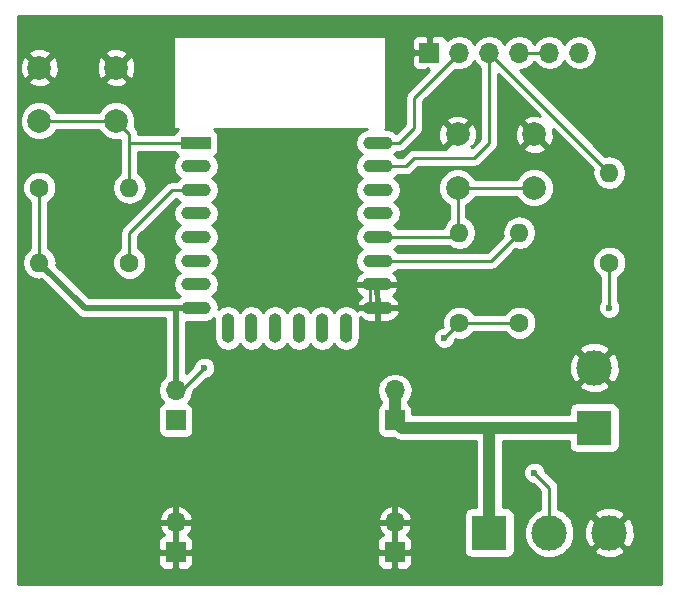
<source format=gbr>
%TF.GenerationSoftware,KiCad,Pcbnew,4.0.7*%
%TF.CreationDate,2018-03-28T14:10:15+02:00*%
%TF.ProjectId,esp8266-ws2811-pcb,657370383236362D7773323831312D70,rev?*%
%TF.FileFunction,Copper,L1,Top,Signal*%
%FSLAX46Y46*%
G04 Gerber Fmt 4.6, Leading zero omitted, Abs format (unit mm)*
G04 Created by KiCad (PCBNEW 4.0.7) date Wed Mar 28 14:10:15 2018*
%MOMM*%
%LPD*%
G01*
G04 APERTURE LIST*
%ADD10C,0.100000*%
%ADD11R,1.700000X1.700000*%
%ADD12O,1.700000X1.700000*%
%ADD13R,3.000000X3.000000*%
%ADD14C,3.000000*%
%ADD15C,1.600000*%
%ADD16O,1.600000X1.600000*%
%ADD17C,2.000000*%
%ADD18R,2.500000X1.100000*%
%ADD19O,2.500000X1.100000*%
%ADD20O,1.100000X2.500000*%
%ADD21C,0.600000*%
%ADD22C,0.250000*%
%ADD23C,1.000000*%
%ADD24C,0.500000*%
%ADD25C,0.254000*%
G04 APERTURE END LIST*
D10*
D11*
X171069000Y-108585000D03*
D12*
X171069000Y-106045000D03*
D11*
X171069000Y-119761000D03*
D12*
X171069000Y-117221000D03*
D11*
X152527000Y-108585000D03*
D12*
X152527000Y-106045000D03*
D11*
X152527000Y-119761000D03*
D12*
X152527000Y-117221000D03*
D13*
X187960000Y-109220000D03*
D14*
X187960000Y-104140000D03*
D13*
X179070000Y-118110000D03*
D14*
X184150000Y-118110000D03*
X189230000Y-118110000D03*
D11*
X173990000Y-77470000D03*
D12*
X176530000Y-77470000D03*
X179070000Y-77470000D03*
X181610000Y-77470000D03*
X184150000Y-77470000D03*
X186690000Y-77470000D03*
D15*
X140970000Y-88900000D03*
D16*
X148590000Y-88900000D03*
D15*
X176530000Y-100330000D03*
D16*
X176530000Y-92710000D03*
D15*
X189230000Y-95250000D03*
D16*
X189230000Y-87630000D03*
D15*
X148590000Y-95250000D03*
D16*
X140970000Y-95250000D03*
D17*
X140970000Y-83240000D03*
X140970000Y-78740000D03*
X147470000Y-83240000D03*
X147470000Y-78740000D03*
X182880000Y-84400000D03*
X182880000Y-88900000D03*
X176380000Y-84400000D03*
X176380000Y-88900000D03*
D18*
X154240000Y-85090000D03*
D19*
X154240000Y-87090000D03*
X154240000Y-89090000D03*
X154240000Y-91090000D03*
X154240000Y-93090000D03*
X154240000Y-95090000D03*
X154240000Y-97090000D03*
X154240000Y-99090000D03*
X169640000Y-99090000D03*
X169540000Y-97090000D03*
X169640000Y-95090000D03*
X169640000Y-93090000D03*
X169640000Y-91090000D03*
X169640000Y-89090000D03*
X169640000Y-87090000D03*
X169640000Y-85090000D03*
D20*
X156930000Y-100790000D03*
X158930000Y-100790000D03*
X160930000Y-100790000D03*
X162930000Y-100790000D03*
X164930000Y-100790000D03*
X166930000Y-100790000D03*
D15*
X181610000Y-100330000D03*
D16*
X181610000Y-92710000D03*
D21*
X182880000Y-113030000D03*
X189230000Y-99060000D03*
X154940000Y-104140000D03*
X175260000Y-101600000D03*
D22*
X168940000Y-97090000D02*
X168940000Y-99090000D01*
X168940000Y-99090000D02*
X168910000Y-99120000D01*
D23*
X168940000Y-99090000D02*
X168910000Y-99120000D01*
D22*
X152527000Y-119761000D02*
X152019000Y-119761000D01*
X173960000Y-77500000D02*
X173990000Y-77470000D01*
X189230000Y-95250000D02*
X189230000Y-99060000D01*
X184150000Y-114300000D02*
X184150000Y-118110000D01*
X182880000Y-113030000D02*
X184150000Y-114300000D01*
X168940000Y-85090000D02*
X171450000Y-85090000D01*
X172720000Y-81280000D02*
X176530000Y-77470000D01*
X172720000Y-83820000D02*
X172720000Y-81280000D01*
X171450000Y-85090000D02*
X172720000Y-83820000D01*
X168940000Y-85090000D02*
X168940000Y-85060000D01*
X181610000Y-77470000D02*
X184150000Y-77470000D01*
X140970000Y-83240000D02*
X147470000Y-83240000D01*
X154940000Y-85090000D02*
X148590000Y-85090000D01*
X148590000Y-88900000D02*
X148590000Y-85090000D01*
X148590000Y-85090000D02*
X148590000Y-84360000D01*
X148590000Y-84360000D02*
X147470000Y-83240000D01*
X168940000Y-93090000D02*
X176150000Y-93090000D01*
X176150000Y-93090000D02*
X176530000Y-92710000D01*
X176380000Y-88900000D02*
X182880000Y-88900000D01*
X176150000Y-93090000D02*
X176380000Y-92860000D01*
X176380000Y-92860000D02*
X176380000Y-88900000D01*
X148590000Y-95250000D02*
X148590000Y-92710000D01*
X152210000Y-89090000D02*
X154940000Y-89090000D01*
X148590000Y-92710000D02*
X152210000Y-89090000D01*
D23*
X171069000Y-106045000D02*
X171069000Y-108585000D01*
X179070000Y-109220000D02*
X179070000Y-118110000D01*
X187960000Y-109220000D02*
X179070000Y-109220000D01*
X179070000Y-109220000D02*
X171704000Y-109220000D01*
X171704000Y-109220000D02*
X171069000Y-108585000D01*
D22*
X168940000Y-87090000D02*
X171990000Y-87090000D01*
X179070000Y-85090000D02*
X179070000Y-77470000D01*
X177800000Y-86360000D02*
X179070000Y-85090000D01*
X172720000Y-86360000D02*
X177800000Y-86360000D01*
X171990000Y-87090000D02*
X172720000Y-86360000D01*
X179070000Y-77470000D02*
X189230000Y-87630000D01*
X170720000Y-87090000D02*
X168940000Y-87090000D01*
X168940000Y-87090000D02*
X170720000Y-87090000D01*
D24*
X152400000Y-99090000D02*
X144810000Y-99090000D01*
X144810000Y-99090000D02*
X140970000Y-95250000D01*
X154940000Y-99090000D02*
X152400000Y-99090000D01*
X152400000Y-99090000D02*
X152430000Y-99090000D01*
X152527000Y-99187000D02*
X152527000Y-106045000D01*
X152430000Y-99090000D02*
X152527000Y-99187000D01*
D22*
X176530000Y-100330000D02*
X175260000Y-101600000D01*
X154940000Y-104140000D02*
X153035000Y-106045000D01*
X153035000Y-106045000D02*
X152527000Y-106045000D01*
X176530000Y-100330000D02*
X181610000Y-100330000D01*
X140970000Y-88900000D02*
X140970000Y-95250000D01*
X151765000Y-107823000D02*
X152527000Y-108585000D01*
X140940000Y-88930000D02*
X140970000Y-88900000D01*
X168940000Y-95090000D02*
X179230000Y-95090000D01*
X179230000Y-95090000D02*
X181610000Y-92710000D01*
D25*
G36*
X193600000Y-122480000D02*
X139140000Y-122480000D01*
X139140000Y-120046750D01*
X151042000Y-120046750D01*
X151042000Y-120737310D01*
X151138673Y-120970699D01*
X151317302Y-121149327D01*
X151550691Y-121246000D01*
X152241250Y-121246000D01*
X152400000Y-121087250D01*
X152400000Y-119888000D01*
X152654000Y-119888000D01*
X152654000Y-121087250D01*
X152812750Y-121246000D01*
X153503309Y-121246000D01*
X153736698Y-121149327D01*
X153915327Y-120970699D01*
X154012000Y-120737310D01*
X154012000Y-120046750D01*
X169584000Y-120046750D01*
X169584000Y-120737310D01*
X169680673Y-120970699D01*
X169859302Y-121149327D01*
X170092691Y-121246000D01*
X170783250Y-121246000D01*
X170942000Y-121087250D01*
X170942000Y-119888000D01*
X171196000Y-119888000D01*
X171196000Y-121087250D01*
X171354750Y-121246000D01*
X172045309Y-121246000D01*
X172278698Y-121149327D01*
X172457327Y-120970699D01*
X172554000Y-120737310D01*
X172554000Y-120046750D01*
X172395250Y-119888000D01*
X171196000Y-119888000D01*
X170942000Y-119888000D01*
X169742750Y-119888000D01*
X169584000Y-120046750D01*
X154012000Y-120046750D01*
X153853250Y-119888000D01*
X152654000Y-119888000D01*
X152400000Y-119888000D01*
X151200750Y-119888000D01*
X151042000Y-120046750D01*
X139140000Y-120046750D01*
X139140000Y-118784690D01*
X151042000Y-118784690D01*
X151042000Y-119475250D01*
X151200750Y-119634000D01*
X152400000Y-119634000D01*
X152400000Y-117348000D01*
X152654000Y-117348000D01*
X152654000Y-119634000D01*
X153853250Y-119634000D01*
X154012000Y-119475250D01*
X154012000Y-118784690D01*
X169584000Y-118784690D01*
X169584000Y-119475250D01*
X169742750Y-119634000D01*
X170942000Y-119634000D01*
X170942000Y-117348000D01*
X171196000Y-117348000D01*
X171196000Y-119634000D01*
X172395250Y-119634000D01*
X172554000Y-119475250D01*
X172554000Y-118784690D01*
X172457327Y-118551301D01*
X172278698Y-118372673D01*
X172069122Y-118285864D01*
X172340645Y-117987924D01*
X172510476Y-117577890D01*
X172389155Y-117348000D01*
X171196000Y-117348000D01*
X170942000Y-117348000D01*
X169748845Y-117348000D01*
X169627524Y-117577890D01*
X169797355Y-117987924D01*
X170068878Y-118285864D01*
X169859302Y-118372673D01*
X169680673Y-118551301D01*
X169584000Y-118784690D01*
X154012000Y-118784690D01*
X153915327Y-118551301D01*
X153736698Y-118372673D01*
X153527122Y-118285864D01*
X153798645Y-117987924D01*
X153968476Y-117577890D01*
X153847155Y-117348000D01*
X152654000Y-117348000D01*
X152400000Y-117348000D01*
X151206845Y-117348000D01*
X151085524Y-117577890D01*
X151255355Y-117987924D01*
X151526878Y-118285864D01*
X151317302Y-118372673D01*
X151138673Y-118551301D01*
X151042000Y-118784690D01*
X139140000Y-118784690D01*
X139140000Y-116864110D01*
X151085524Y-116864110D01*
X151206845Y-117094000D01*
X152400000Y-117094000D01*
X152400000Y-115900181D01*
X152654000Y-115900181D01*
X152654000Y-117094000D01*
X153847155Y-117094000D01*
X153968476Y-116864110D01*
X169627524Y-116864110D01*
X169748845Y-117094000D01*
X170942000Y-117094000D01*
X170942000Y-115900181D01*
X171196000Y-115900181D01*
X171196000Y-117094000D01*
X172389155Y-117094000D01*
X172510476Y-116864110D01*
X172340645Y-116454076D01*
X171950358Y-116025817D01*
X171425892Y-115779514D01*
X171196000Y-115900181D01*
X170942000Y-115900181D01*
X170712108Y-115779514D01*
X170187642Y-116025817D01*
X169797355Y-116454076D01*
X169627524Y-116864110D01*
X153968476Y-116864110D01*
X153798645Y-116454076D01*
X153408358Y-116025817D01*
X152883892Y-115779514D01*
X152654000Y-115900181D01*
X152400000Y-115900181D01*
X152170108Y-115779514D01*
X151645642Y-116025817D01*
X151255355Y-116454076D01*
X151085524Y-116864110D01*
X139140000Y-116864110D01*
X139140000Y-83563795D01*
X139334716Y-83563795D01*
X139583106Y-84164943D01*
X140042637Y-84625278D01*
X140643352Y-84874716D01*
X141293795Y-84875284D01*
X141894943Y-84626894D01*
X142355278Y-84167363D01*
X142424773Y-84000000D01*
X146014953Y-84000000D01*
X146083106Y-84164943D01*
X146542637Y-84625278D01*
X147143352Y-84874716D01*
X147793795Y-84875284D01*
X147830000Y-84860324D01*
X147830000Y-87696333D01*
X147547189Y-87885302D01*
X147236120Y-88350849D01*
X147126887Y-88900000D01*
X147236120Y-89449151D01*
X147547189Y-89914698D01*
X148012736Y-90225767D01*
X148561887Y-90335000D01*
X148618113Y-90335000D01*
X149167264Y-90225767D01*
X149632811Y-89914698D01*
X149943880Y-89449151D01*
X150053113Y-88900000D01*
X149943880Y-88350849D01*
X149632811Y-87885302D01*
X149350000Y-87696333D01*
X149350000Y-85850000D01*
X152382074Y-85850000D01*
X152386838Y-85875317D01*
X152525910Y-86091441D01*
X152713615Y-86219694D01*
X152665149Y-86252078D01*
X152408274Y-86636520D01*
X152318071Y-87090000D01*
X152408274Y-87543480D01*
X152665149Y-87927922D01*
X152907717Y-88090000D01*
X152665149Y-88252078D01*
X152613083Y-88330000D01*
X152210000Y-88330000D01*
X151919161Y-88387852D01*
X151672599Y-88552599D01*
X148052599Y-92172599D01*
X147887852Y-92419161D01*
X147830000Y-92710000D01*
X147830000Y-94011354D01*
X147778200Y-94032757D01*
X147374176Y-94436077D01*
X147155250Y-94963309D01*
X147154752Y-95534187D01*
X147372757Y-96061800D01*
X147776077Y-96465824D01*
X148303309Y-96684750D01*
X148874187Y-96685248D01*
X149401800Y-96467243D01*
X149805824Y-96063923D01*
X150024750Y-95536691D01*
X150025248Y-94965813D01*
X149807243Y-94438200D01*
X149403923Y-94034176D01*
X149350000Y-94011785D01*
X149350000Y-93024802D01*
X152524802Y-89850000D01*
X152613083Y-89850000D01*
X152665149Y-89927922D01*
X152907717Y-90090000D01*
X152665149Y-90252078D01*
X152408274Y-90636520D01*
X152318071Y-91090000D01*
X152408274Y-91543480D01*
X152665149Y-91927922D01*
X152907717Y-92090000D01*
X152665149Y-92252078D01*
X152408274Y-92636520D01*
X152318071Y-93090000D01*
X152408274Y-93543480D01*
X152665149Y-93927922D01*
X152907717Y-94090000D01*
X152665149Y-94252078D01*
X152408274Y-94636520D01*
X152318071Y-95090000D01*
X152408274Y-95543480D01*
X152665149Y-95927922D01*
X152907717Y-96090000D01*
X152665149Y-96252078D01*
X152408274Y-96636520D01*
X152318071Y-97090000D01*
X152408274Y-97543480D01*
X152665149Y-97927922D01*
X152907717Y-98090000D01*
X152735606Y-98205000D01*
X152430005Y-98205000D01*
X152430000Y-98204999D01*
X152429995Y-98205000D01*
X145176579Y-98205000D01*
X142398017Y-95426438D01*
X142433113Y-95250000D01*
X142323880Y-94700849D01*
X142012811Y-94235302D01*
X141730000Y-94046333D01*
X141730000Y-90138646D01*
X141781800Y-90117243D01*
X142185824Y-89713923D01*
X142404750Y-89186691D01*
X142405248Y-88615813D01*
X142187243Y-88088200D01*
X141783923Y-87684176D01*
X141256691Y-87465250D01*
X140685813Y-87464752D01*
X140158200Y-87682757D01*
X139754176Y-88086077D01*
X139535250Y-88613309D01*
X139534752Y-89184187D01*
X139752757Y-89711800D01*
X140156077Y-90115824D01*
X140210000Y-90138215D01*
X140210000Y-94046333D01*
X139927189Y-94235302D01*
X139616120Y-94700849D01*
X139506887Y-95250000D01*
X139616120Y-95799151D01*
X139927189Y-96264698D01*
X140392736Y-96575767D01*
X140941887Y-96685000D01*
X140998113Y-96685000D01*
X141127653Y-96659233D01*
X144184208Y-99715787D01*
X144184210Y-99715790D01*
X144389736Y-99853117D01*
X144471325Y-99907633D01*
X144810000Y-99975001D01*
X144810005Y-99975000D01*
X151642000Y-99975000D01*
X151642000Y-104865221D01*
X151447853Y-104994946D01*
X151125946Y-105476715D01*
X151012907Y-106045000D01*
X151125946Y-106613285D01*
X151447853Y-107095054D01*
X151483641Y-107118966D01*
X151474161Y-107120852D01*
X151464005Y-107127638D01*
X151441683Y-107131838D01*
X151225559Y-107270910D01*
X151080569Y-107483110D01*
X151074021Y-107515446D01*
X151062852Y-107532161D01*
X151005000Y-107823000D01*
X151029560Y-107946470D01*
X151029560Y-109435000D01*
X151073838Y-109670317D01*
X151212910Y-109886441D01*
X151425110Y-110031431D01*
X151677000Y-110082440D01*
X153377000Y-110082440D01*
X153612317Y-110038162D01*
X153828441Y-109899090D01*
X153973431Y-109686890D01*
X154024440Y-109435000D01*
X154024440Y-107735000D01*
X153980162Y-107499683D01*
X153841090Y-107283559D01*
X153628890Y-107138569D01*
X153561459Y-107124914D01*
X153606147Y-107095054D01*
X153928054Y-106613285D01*
X154024032Y-106130770D01*
X154109802Y-106045000D01*
X169554907Y-106045000D01*
X169667946Y-106613285D01*
X169934000Y-107011464D01*
X169934000Y-107163808D01*
X169767559Y-107270910D01*
X169622569Y-107483110D01*
X169571560Y-107735000D01*
X169571560Y-109435000D01*
X169615838Y-109670317D01*
X169754910Y-109886441D01*
X169967110Y-110031431D01*
X170219000Y-110082440D01*
X170991042Y-110082440D01*
X171269655Y-110268604D01*
X171704000Y-110355000D01*
X177935000Y-110355000D01*
X177935000Y-115962560D01*
X177570000Y-115962560D01*
X177334683Y-116006838D01*
X177118559Y-116145910D01*
X176973569Y-116358110D01*
X176922560Y-116610000D01*
X176922560Y-119610000D01*
X176966838Y-119845317D01*
X177105910Y-120061441D01*
X177318110Y-120206431D01*
X177570000Y-120257440D01*
X180570000Y-120257440D01*
X180805317Y-120213162D01*
X181021441Y-120074090D01*
X181166431Y-119861890D01*
X181217440Y-119610000D01*
X181217440Y-116610000D01*
X181173162Y-116374683D01*
X181034090Y-116158559D01*
X180821890Y-116013569D01*
X180570000Y-115962560D01*
X180205000Y-115962560D01*
X180205000Y-113215167D01*
X181944838Y-113215167D01*
X182086883Y-113558943D01*
X182349673Y-113822192D01*
X182693201Y-113964838D01*
X182740077Y-113964879D01*
X183390000Y-114614802D01*
X183390000Y-116113952D01*
X182942200Y-116298980D01*
X182341091Y-116899041D01*
X182015372Y-117683459D01*
X182014630Y-118532815D01*
X182338980Y-119317800D01*
X182939041Y-119918909D01*
X183723459Y-120244628D01*
X184572815Y-120245370D01*
X185357800Y-119921020D01*
X185655368Y-119623970D01*
X187895635Y-119623970D01*
X188055418Y-119942739D01*
X188846187Y-120252723D01*
X189695387Y-120236497D01*
X190404582Y-119942739D01*
X190564365Y-119623970D01*
X189230000Y-118289605D01*
X187895635Y-119623970D01*
X185655368Y-119623970D01*
X185958909Y-119320959D01*
X186284628Y-118536541D01*
X186285335Y-117726187D01*
X187087277Y-117726187D01*
X187103503Y-118575387D01*
X187397261Y-119284582D01*
X187716030Y-119444365D01*
X189050395Y-118110000D01*
X189409605Y-118110000D01*
X190743970Y-119444365D01*
X191062739Y-119284582D01*
X191372723Y-118493813D01*
X191356497Y-117644613D01*
X191062739Y-116935418D01*
X190743970Y-116775635D01*
X189409605Y-118110000D01*
X189050395Y-118110000D01*
X187716030Y-116775635D01*
X187397261Y-116935418D01*
X187087277Y-117726187D01*
X186285335Y-117726187D01*
X186285370Y-117687185D01*
X185961020Y-116902200D01*
X185655384Y-116596030D01*
X187895635Y-116596030D01*
X189230000Y-117930395D01*
X190564365Y-116596030D01*
X190404582Y-116277261D01*
X189613813Y-115967277D01*
X188764613Y-115983503D01*
X188055418Y-116277261D01*
X187895635Y-116596030D01*
X185655384Y-116596030D01*
X185360959Y-116301091D01*
X184910000Y-116113836D01*
X184910000Y-114300000D01*
X184852148Y-114009161D01*
X184852148Y-114009160D01*
X184687401Y-113762599D01*
X183815122Y-112890320D01*
X183815162Y-112844833D01*
X183673117Y-112501057D01*
X183410327Y-112237808D01*
X183066799Y-112095162D01*
X182694833Y-112094838D01*
X182351057Y-112236883D01*
X182087808Y-112499673D01*
X181945162Y-112843201D01*
X181944838Y-113215167D01*
X180205000Y-113215167D01*
X180205000Y-110355000D01*
X185812560Y-110355000D01*
X185812560Y-110720000D01*
X185856838Y-110955317D01*
X185995910Y-111171441D01*
X186208110Y-111316431D01*
X186460000Y-111367440D01*
X189460000Y-111367440D01*
X189695317Y-111323162D01*
X189911441Y-111184090D01*
X190056431Y-110971890D01*
X190107440Y-110720000D01*
X190107440Y-107720000D01*
X190063162Y-107484683D01*
X189924090Y-107268559D01*
X189711890Y-107123569D01*
X189460000Y-107072560D01*
X186460000Y-107072560D01*
X186224683Y-107116838D01*
X186008559Y-107255910D01*
X185863569Y-107468110D01*
X185812560Y-107720000D01*
X185812560Y-108085000D01*
X172566440Y-108085000D01*
X172566440Y-107735000D01*
X172522162Y-107499683D01*
X172383090Y-107283559D01*
X172204000Y-107161192D01*
X172204000Y-107011464D01*
X172470054Y-106613285D01*
X172583093Y-106045000D01*
X172505313Y-105653970D01*
X186625635Y-105653970D01*
X186785418Y-105972739D01*
X187576187Y-106282723D01*
X188425387Y-106266497D01*
X189134582Y-105972739D01*
X189294365Y-105653970D01*
X187960000Y-104319605D01*
X186625635Y-105653970D01*
X172505313Y-105653970D01*
X172470054Y-105476715D01*
X172148147Y-104994946D01*
X171666378Y-104673039D01*
X171098093Y-104560000D01*
X171039907Y-104560000D01*
X170471622Y-104673039D01*
X169989853Y-104994946D01*
X169667946Y-105476715D01*
X169554907Y-106045000D01*
X154109802Y-106045000D01*
X155079680Y-105075122D01*
X155125167Y-105075162D01*
X155468943Y-104933117D01*
X155732192Y-104670327D01*
X155874838Y-104326799D01*
X155875162Y-103954833D01*
X155793084Y-103756187D01*
X185817277Y-103756187D01*
X185833503Y-104605387D01*
X186127261Y-105314582D01*
X186446030Y-105474365D01*
X187780395Y-104140000D01*
X188139605Y-104140000D01*
X189473970Y-105474365D01*
X189792739Y-105314582D01*
X190102723Y-104523813D01*
X190086497Y-103674613D01*
X189792739Y-102965418D01*
X189473970Y-102805635D01*
X188139605Y-104140000D01*
X187780395Y-104140000D01*
X186446030Y-102805635D01*
X186127261Y-102965418D01*
X185817277Y-103756187D01*
X155793084Y-103756187D01*
X155733117Y-103611057D01*
X155470327Y-103347808D01*
X155126799Y-103205162D01*
X154754833Y-103204838D01*
X154411057Y-103346883D01*
X154147808Y-103609673D01*
X154005162Y-103953201D01*
X154005121Y-104000077D01*
X153412000Y-104593198D01*
X153412000Y-100256885D01*
X153503071Y-100275000D01*
X154976929Y-100275000D01*
X155430409Y-100184797D01*
X155763003Y-99962566D01*
X155745000Y-100053071D01*
X155745000Y-101526929D01*
X155835203Y-101980409D01*
X156092078Y-102364851D01*
X156476520Y-102621726D01*
X156930000Y-102711929D01*
X157383480Y-102621726D01*
X157767922Y-102364851D01*
X157930000Y-102122283D01*
X158092078Y-102364851D01*
X158476520Y-102621726D01*
X158930000Y-102711929D01*
X159383480Y-102621726D01*
X159767922Y-102364851D01*
X159930000Y-102122283D01*
X160092078Y-102364851D01*
X160476520Y-102621726D01*
X160930000Y-102711929D01*
X161383480Y-102621726D01*
X161767922Y-102364851D01*
X161930000Y-102122283D01*
X162092078Y-102364851D01*
X162476520Y-102621726D01*
X162930000Y-102711929D01*
X163383480Y-102621726D01*
X163767922Y-102364851D01*
X163930000Y-102122283D01*
X164092078Y-102364851D01*
X164476520Y-102621726D01*
X164930000Y-102711929D01*
X165383480Y-102621726D01*
X165767922Y-102364851D01*
X165930000Y-102122283D01*
X166092078Y-102364851D01*
X166476520Y-102621726D01*
X166930000Y-102711929D01*
X167361842Y-102626030D01*
X186625635Y-102626030D01*
X187960000Y-103960395D01*
X189294365Y-102626030D01*
X189134582Y-102307261D01*
X188343813Y-101997277D01*
X187494613Y-102013503D01*
X186785418Y-102307261D01*
X186625635Y-102626030D01*
X167361842Y-102626030D01*
X167383480Y-102621726D01*
X167767922Y-102364851D01*
X168024797Y-101980409D01*
X168063633Y-101785167D01*
X174324838Y-101785167D01*
X174466883Y-102128943D01*
X174729673Y-102392192D01*
X175073201Y-102534838D01*
X175445167Y-102535162D01*
X175788943Y-102393117D01*
X176052192Y-102130327D01*
X176194838Y-101786799D01*
X176194875Y-101744638D01*
X176243309Y-101764750D01*
X176814187Y-101765248D01*
X177341800Y-101547243D01*
X177745824Y-101143923D01*
X177768215Y-101090000D01*
X180371354Y-101090000D01*
X180392757Y-101141800D01*
X180796077Y-101545824D01*
X181323309Y-101764750D01*
X181894187Y-101765248D01*
X182421800Y-101547243D01*
X182825824Y-101143923D01*
X183044750Y-100616691D01*
X183045248Y-100045813D01*
X182827243Y-99518200D01*
X182423923Y-99114176D01*
X181896691Y-98895250D01*
X181325813Y-98894752D01*
X180798200Y-99112757D01*
X180394176Y-99516077D01*
X180371785Y-99570000D01*
X177768646Y-99570000D01*
X177747243Y-99518200D01*
X177343923Y-99114176D01*
X176816691Y-98895250D01*
X176245813Y-98894752D01*
X175718200Y-99112757D01*
X175314176Y-99516077D01*
X175095250Y-100043309D01*
X175094752Y-100614187D01*
X175115695Y-100664874D01*
X175074833Y-100664838D01*
X174731057Y-100806883D01*
X174467808Y-101069673D01*
X174325162Y-101413201D01*
X174324838Y-101785167D01*
X168063633Y-101785167D01*
X168115000Y-101526929D01*
X168115000Y-100053071D01*
X168084190Y-99898177D01*
X168369187Y-100136196D01*
X168813000Y-100275000D01*
X169513000Y-100275000D01*
X169513000Y-99217000D01*
X169767000Y-99217000D01*
X169767000Y-100275000D01*
X170467000Y-100275000D01*
X170910813Y-100136196D01*
X171267724Y-99838118D01*
X171483398Y-99426146D01*
X171483803Y-99399744D01*
X171358361Y-99217000D01*
X169767000Y-99217000D01*
X169513000Y-99217000D01*
X167921639Y-99217000D01*
X167844371Y-99329564D01*
X167767922Y-99215149D01*
X167383480Y-98958274D01*
X166930000Y-98868071D01*
X166476520Y-98958274D01*
X166092078Y-99215149D01*
X165930000Y-99457717D01*
X165767922Y-99215149D01*
X165383480Y-98958274D01*
X164930000Y-98868071D01*
X164476520Y-98958274D01*
X164092078Y-99215149D01*
X163930000Y-99457717D01*
X163767922Y-99215149D01*
X163383480Y-98958274D01*
X162930000Y-98868071D01*
X162476520Y-98958274D01*
X162092078Y-99215149D01*
X161930000Y-99457717D01*
X161767922Y-99215149D01*
X161383480Y-98958274D01*
X160930000Y-98868071D01*
X160476520Y-98958274D01*
X160092078Y-99215149D01*
X159930000Y-99457717D01*
X159767922Y-99215149D01*
X159383480Y-98958274D01*
X158930000Y-98868071D01*
X158476520Y-98958274D01*
X158092078Y-99215149D01*
X157930000Y-99457717D01*
X157767922Y-99215149D01*
X157383480Y-98958274D01*
X156930000Y-98868071D01*
X156476520Y-98958274D01*
X156143926Y-99180505D01*
X156161929Y-99090000D01*
X156071726Y-98636520D01*
X155814851Y-98252078D01*
X155572283Y-98090000D01*
X155814851Y-97927922D01*
X156071726Y-97543480D01*
X156100316Y-97399744D01*
X167696197Y-97399744D01*
X167696602Y-97426146D01*
X167912276Y-97838118D01*
X168263873Y-98131758D01*
X168012276Y-98341882D01*
X167796602Y-98753854D01*
X167796197Y-98780256D01*
X167921639Y-98963000D01*
X169513000Y-98963000D01*
X169513000Y-97905000D01*
X169413000Y-97905000D01*
X169413000Y-97217000D01*
X169667000Y-97217000D01*
X169667000Y-98275000D01*
X169767000Y-98275000D01*
X169767000Y-98963000D01*
X171358361Y-98963000D01*
X171483803Y-98780256D01*
X171483398Y-98753854D01*
X171267724Y-98341882D01*
X170916127Y-98048242D01*
X171167724Y-97838118D01*
X171383398Y-97426146D01*
X171383803Y-97399744D01*
X171258361Y-97217000D01*
X169667000Y-97217000D01*
X169413000Y-97217000D01*
X167821639Y-97217000D01*
X167696197Y-97399744D01*
X156100316Y-97399744D01*
X156161929Y-97090000D01*
X156071726Y-96636520D01*
X155814851Y-96252078D01*
X155572283Y-96090000D01*
X155814851Y-95927922D01*
X156071726Y-95543480D01*
X156161929Y-95090000D01*
X156071726Y-94636520D01*
X155814851Y-94252078D01*
X155572283Y-94090000D01*
X155814851Y-93927922D01*
X156071726Y-93543480D01*
X156161929Y-93090000D01*
X156071726Y-92636520D01*
X155814851Y-92252078D01*
X155572283Y-92090000D01*
X155814851Y-91927922D01*
X156071726Y-91543480D01*
X156161929Y-91090000D01*
X156071726Y-90636520D01*
X155814851Y-90252078D01*
X155572283Y-90090000D01*
X155814851Y-89927922D01*
X156071726Y-89543480D01*
X156161929Y-89090000D01*
X156071726Y-88636520D01*
X155814851Y-88252078D01*
X155572283Y-88090000D01*
X155814851Y-87927922D01*
X156071726Y-87543480D01*
X156161929Y-87090000D01*
X156071726Y-86636520D01*
X155814851Y-86252078D01*
X155764129Y-86218187D01*
X155941441Y-86104090D01*
X156086431Y-85891890D01*
X156137440Y-85640000D01*
X156137440Y-84540000D01*
X156093162Y-84304683D01*
X155954090Y-84088559D01*
X155746911Y-83947000D01*
X168691923Y-83947000D01*
X168449591Y-83995203D01*
X168065149Y-84252078D01*
X167808274Y-84636520D01*
X167718071Y-85090000D01*
X167808274Y-85543480D01*
X168065149Y-85927922D01*
X168307717Y-86090000D01*
X168065149Y-86252078D01*
X167808274Y-86636520D01*
X167718071Y-87090000D01*
X167808274Y-87543480D01*
X168065149Y-87927922D01*
X168307717Y-88090000D01*
X168065149Y-88252078D01*
X167808274Y-88636520D01*
X167718071Y-89090000D01*
X167808274Y-89543480D01*
X168065149Y-89927922D01*
X168307717Y-90090000D01*
X168065149Y-90252078D01*
X167808274Y-90636520D01*
X167718071Y-91090000D01*
X167808274Y-91543480D01*
X168065149Y-91927922D01*
X168307717Y-92090000D01*
X168065149Y-92252078D01*
X167808274Y-92636520D01*
X167718071Y-93090000D01*
X167808274Y-93543480D01*
X168065149Y-93927922D01*
X168307717Y-94090000D01*
X168065149Y-94252078D01*
X167808274Y-94636520D01*
X167718071Y-95090000D01*
X167808274Y-95543480D01*
X168065149Y-95927922D01*
X168255583Y-96055165D01*
X167912276Y-96341882D01*
X167696602Y-96753854D01*
X167696197Y-96780256D01*
X167821639Y-96963000D01*
X169413000Y-96963000D01*
X169413000Y-96943000D01*
X169667000Y-96943000D01*
X169667000Y-96963000D01*
X171258361Y-96963000D01*
X171383803Y-96780256D01*
X171383398Y-96753854D01*
X171167724Y-96341882D01*
X170913309Y-96129405D01*
X171214851Y-95927922D01*
X171266917Y-95850000D01*
X179230000Y-95850000D01*
X179520839Y-95792148D01*
X179767401Y-95627401D01*
X179860615Y-95534187D01*
X187794752Y-95534187D01*
X188012757Y-96061800D01*
X188416077Y-96465824D01*
X188470000Y-96488215D01*
X188470000Y-98497537D01*
X188437808Y-98529673D01*
X188295162Y-98873201D01*
X188294838Y-99245167D01*
X188436883Y-99588943D01*
X188699673Y-99852192D01*
X189043201Y-99994838D01*
X189415167Y-99995162D01*
X189758943Y-99853117D01*
X190022192Y-99590327D01*
X190164838Y-99246799D01*
X190165162Y-98874833D01*
X190023117Y-98531057D01*
X189990000Y-98497882D01*
X189990000Y-96488646D01*
X190041800Y-96467243D01*
X190445824Y-96063923D01*
X190664750Y-95536691D01*
X190665248Y-94965813D01*
X190447243Y-94438200D01*
X190043923Y-94034176D01*
X189516691Y-93815250D01*
X188945813Y-93814752D01*
X188418200Y-94032757D01*
X188014176Y-94436077D01*
X187795250Y-94963309D01*
X187794752Y-95534187D01*
X179860615Y-95534187D01*
X181286114Y-94108688D01*
X181610000Y-94173113D01*
X182159151Y-94063880D01*
X182624698Y-93752811D01*
X182935767Y-93287264D01*
X183045000Y-92738113D01*
X183045000Y-92681887D01*
X182935767Y-92132736D01*
X182624698Y-91667189D01*
X182159151Y-91356120D01*
X181610000Y-91246887D01*
X181060849Y-91356120D01*
X180595302Y-91667189D01*
X180284233Y-92132736D01*
X180175000Y-92681887D01*
X180175000Y-92738113D01*
X180230096Y-93015102D01*
X178915198Y-94330000D01*
X171266917Y-94330000D01*
X171214851Y-94252078D01*
X170972283Y-94090000D01*
X171214851Y-93927922D01*
X171266917Y-93850000D01*
X175660755Y-93850000D01*
X175980849Y-94063880D01*
X176530000Y-94173113D01*
X177079151Y-94063880D01*
X177544698Y-93752811D01*
X177855767Y-93287264D01*
X177965000Y-92738113D01*
X177965000Y-92681887D01*
X177855767Y-92132736D01*
X177544698Y-91667189D01*
X177140000Y-91396778D01*
X177140000Y-90355047D01*
X177304943Y-90286894D01*
X177765278Y-89827363D01*
X177834773Y-89660000D01*
X181424953Y-89660000D01*
X181493106Y-89824943D01*
X181952637Y-90285278D01*
X182553352Y-90534716D01*
X183203795Y-90535284D01*
X183804943Y-90286894D01*
X184265278Y-89827363D01*
X184514716Y-89226648D01*
X184515284Y-88576205D01*
X184266894Y-87975057D01*
X183807363Y-87514722D01*
X183206648Y-87265284D01*
X182556205Y-87264716D01*
X181955057Y-87513106D01*
X181494722Y-87972637D01*
X181425227Y-88140000D01*
X177835047Y-88140000D01*
X177766894Y-87975057D01*
X177307363Y-87514722D01*
X176706648Y-87265284D01*
X176056205Y-87264716D01*
X175455057Y-87513106D01*
X174994722Y-87972637D01*
X174745284Y-88573352D01*
X174744716Y-89223795D01*
X174993106Y-89824943D01*
X175452637Y-90285278D01*
X175620000Y-90354773D01*
X175620000Y-91597232D01*
X175515302Y-91667189D01*
X175204233Y-92132736D01*
X175164995Y-92330000D01*
X171266917Y-92330000D01*
X171214851Y-92252078D01*
X170972283Y-92090000D01*
X171214851Y-91927922D01*
X171471726Y-91543480D01*
X171561929Y-91090000D01*
X171471726Y-90636520D01*
X171214851Y-90252078D01*
X170972283Y-90090000D01*
X171214851Y-89927922D01*
X171471726Y-89543480D01*
X171561929Y-89090000D01*
X171471726Y-88636520D01*
X171214851Y-88252078D01*
X170972283Y-88090000D01*
X171214851Y-87927922D01*
X171266917Y-87850000D01*
X171990000Y-87850000D01*
X172280839Y-87792148D01*
X172527401Y-87627401D01*
X173034802Y-87120000D01*
X177800000Y-87120000D01*
X178090839Y-87062148D01*
X178337401Y-86897401D01*
X179607401Y-85627401D01*
X179657426Y-85552532D01*
X181907073Y-85552532D01*
X182005736Y-85819387D01*
X182615461Y-86045908D01*
X183265460Y-86021856D01*
X183754264Y-85819387D01*
X183852927Y-85552532D01*
X182880000Y-84579605D01*
X181907073Y-85552532D01*
X179657426Y-85552532D01*
X179772148Y-85380840D01*
X179830000Y-85090000D01*
X179830000Y-84135461D01*
X181234092Y-84135461D01*
X181258144Y-84785460D01*
X181460613Y-85274264D01*
X181727468Y-85372927D01*
X182700395Y-84400000D01*
X181727468Y-83427073D01*
X181460613Y-83525736D01*
X181234092Y-84135461D01*
X179830000Y-84135461D01*
X179830000Y-79304802D01*
X183358945Y-82833747D01*
X183144539Y-82754092D01*
X182494540Y-82778144D01*
X182005736Y-82980613D01*
X181907073Y-83247468D01*
X182880000Y-84220395D01*
X182894143Y-84206253D01*
X183073748Y-84385858D01*
X183059605Y-84400000D01*
X184032532Y-85372927D01*
X184299387Y-85274264D01*
X184525908Y-84664539D01*
X184501856Y-84014540D01*
X184475069Y-83949871D01*
X187850096Y-87324898D01*
X187795000Y-87601887D01*
X187795000Y-87658113D01*
X187904233Y-88207264D01*
X188215302Y-88672811D01*
X188680849Y-88983880D01*
X189230000Y-89093113D01*
X189779151Y-88983880D01*
X190244698Y-88672811D01*
X190555767Y-88207264D01*
X190665000Y-87658113D01*
X190665000Y-87601887D01*
X190555767Y-87052736D01*
X190244698Y-86587189D01*
X189779151Y-86276120D01*
X189230000Y-86166887D01*
X188906114Y-86231312D01*
X181650783Y-78975981D01*
X182178285Y-78871054D01*
X182660054Y-78549147D01*
X182873301Y-78230000D01*
X182886699Y-78230000D01*
X183099946Y-78549147D01*
X183581715Y-78871054D01*
X184150000Y-78984093D01*
X184718285Y-78871054D01*
X185200054Y-78549147D01*
X185420000Y-78219974D01*
X185639946Y-78549147D01*
X186121715Y-78871054D01*
X186690000Y-78984093D01*
X187258285Y-78871054D01*
X187740054Y-78549147D01*
X188061961Y-78067378D01*
X188175000Y-77499093D01*
X188175000Y-77440907D01*
X188061961Y-76872622D01*
X187740054Y-76390853D01*
X187258285Y-76068946D01*
X186690000Y-75955907D01*
X186121715Y-76068946D01*
X185639946Y-76390853D01*
X185420000Y-76720026D01*
X185200054Y-76390853D01*
X184718285Y-76068946D01*
X184150000Y-75955907D01*
X183581715Y-76068946D01*
X183099946Y-76390853D01*
X182886699Y-76710000D01*
X182873301Y-76710000D01*
X182660054Y-76390853D01*
X182178285Y-76068946D01*
X181610000Y-75955907D01*
X181041715Y-76068946D01*
X180559946Y-76390853D01*
X180340000Y-76720026D01*
X180120054Y-76390853D01*
X179638285Y-76068946D01*
X179070000Y-75955907D01*
X178501715Y-76068946D01*
X178019946Y-76390853D01*
X177800000Y-76720026D01*
X177580054Y-76390853D01*
X177098285Y-76068946D01*
X176530000Y-75955907D01*
X175961715Y-76068946D01*
X175479946Y-76390853D01*
X175450597Y-76434777D01*
X175378327Y-76260302D01*
X175199699Y-76081673D01*
X174966310Y-75985000D01*
X174275750Y-75985000D01*
X174117000Y-76143750D01*
X174117000Y-77343000D01*
X174137000Y-77343000D01*
X174137000Y-77597000D01*
X174117000Y-77597000D01*
X174117000Y-77617000D01*
X173863000Y-77617000D01*
X173863000Y-77597000D01*
X172663750Y-77597000D01*
X172505000Y-77755750D01*
X172505000Y-78446309D01*
X172601673Y-78679698D01*
X172780301Y-78858327D01*
X173013690Y-78955000D01*
X173704250Y-78955000D01*
X173862998Y-78796252D01*
X173862998Y-78955000D01*
X173970198Y-78955000D01*
X172182599Y-80742599D01*
X172017852Y-80989161D01*
X171960000Y-81280000D01*
X171960000Y-83505198D01*
X171213813Y-84251385D01*
X170830409Y-83995203D01*
X170376929Y-83905000D01*
X170272677Y-83905000D01*
X170296994Y-83869410D01*
X170307000Y-83820000D01*
X170307000Y-76493691D01*
X172505000Y-76493691D01*
X172505000Y-77184250D01*
X172663750Y-77343000D01*
X173863000Y-77343000D01*
X173863000Y-76143750D01*
X173704250Y-75985000D01*
X173013690Y-75985000D01*
X172780301Y-76081673D01*
X172601673Y-76260302D01*
X172505000Y-76493691D01*
X170307000Y-76493691D01*
X170307000Y-76200000D01*
X170298315Y-76153841D01*
X170271035Y-76111447D01*
X170229410Y-76083006D01*
X170180000Y-76073000D01*
X152400000Y-76073000D01*
X152353841Y-76081685D01*
X152311447Y-76108965D01*
X152283006Y-76150590D01*
X152273000Y-76200000D01*
X152273000Y-83820000D01*
X152281685Y-83866159D01*
X152308965Y-83908553D01*
X152350590Y-83936994D01*
X152400000Y-83947000D01*
X152738891Y-83947000D01*
X152538559Y-84075910D01*
X152393569Y-84288110D01*
X152385086Y-84330000D01*
X149344033Y-84330000D01*
X149311682Y-84167363D01*
X149292148Y-84069160D01*
X149127401Y-83822599D01*
X149036275Y-83731473D01*
X149104716Y-83566648D01*
X149105284Y-82916205D01*
X148856894Y-82315057D01*
X148397363Y-81854722D01*
X147796648Y-81605284D01*
X147146205Y-81604716D01*
X146545057Y-81853106D01*
X146084722Y-82312637D01*
X146015227Y-82480000D01*
X142425047Y-82480000D01*
X142356894Y-82315057D01*
X141897363Y-81854722D01*
X141296648Y-81605284D01*
X140646205Y-81604716D01*
X140045057Y-81853106D01*
X139584722Y-82312637D01*
X139335284Y-82913352D01*
X139334716Y-83563795D01*
X139140000Y-83563795D01*
X139140000Y-79892532D01*
X139997073Y-79892532D01*
X140095736Y-80159387D01*
X140705461Y-80385908D01*
X141355460Y-80361856D01*
X141844264Y-80159387D01*
X141942927Y-79892532D01*
X146497073Y-79892532D01*
X146595736Y-80159387D01*
X147205461Y-80385908D01*
X147855460Y-80361856D01*
X148344264Y-80159387D01*
X148442927Y-79892532D01*
X147470000Y-78919605D01*
X146497073Y-79892532D01*
X141942927Y-79892532D01*
X140970000Y-78919605D01*
X139997073Y-79892532D01*
X139140000Y-79892532D01*
X139140000Y-78475461D01*
X139324092Y-78475461D01*
X139348144Y-79125460D01*
X139550613Y-79614264D01*
X139817468Y-79712927D01*
X140790395Y-78740000D01*
X141149605Y-78740000D01*
X142122532Y-79712927D01*
X142389387Y-79614264D01*
X142615908Y-79004539D01*
X142596331Y-78475461D01*
X145824092Y-78475461D01*
X145848144Y-79125460D01*
X146050613Y-79614264D01*
X146317468Y-79712927D01*
X147290395Y-78740000D01*
X147649605Y-78740000D01*
X148622532Y-79712927D01*
X148889387Y-79614264D01*
X149115908Y-79004539D01*
X149091856Y-78354540D01*
X148889387Y-77865736D01*
X148622532Y-77767073D01*
X147649605Y-78740000D01*
X147290395Y-78740000D01*
X146317468Y-77767073D01*
X146050613Y-77865736D01*
X145824092Y-78475461D01*
X142596331Y-78475461D01*
X142591856Y-78354540D01*
X142389387Y-77865736D01*
X142122532Y-77767073D01*
X141149605Y-78740000D01*
X140790395Y-78740000D01*
X139817468Y-77767073D01*
X139550613Y-77865736D01*
X139324092Y-78475461D01*
X139140000Y-78475461D01*
X139140000Y-77587468D01*
X139997073Y-77587468D01*
X140970000Y-78560395D01*
X141942927Y-77587468D01*
X146497073Y-77587468D01*
X147470000Y-78560395D01*
X148442927Y-77587468D01*
X148344264Y-77320613D01*
X147734539Y-77094092D01*
X147084540Y-77118144D01*
X146595736Y-77320613D01*
X146497073Y-77587468D01*
X141942927Y-77587468D01*
X141844264Y-77320613D01*
X141234539Y-77094092D01*
X140584540Y-77118144D01*
X140095736Y-77320613D01*
X139997073Y-77587468D01*
X139140000Y-77587468D01*
X139140000Y-74370000D01*
X193600000Y-74370000D01*
X193600000Y-122480000D01*
X193600000Y-122480000D01*
G37*
X193600000Y-122480000D02*
X139140000Y-122480000D01*
X139140000Y-120046750D01*
X151042000Y-120046750D01*
X151042000Y-120737310D01*
X151138673Y-120970699D01*
X151317302Y-121149327D01*
X151550691Y-121246000D01*
X152241250Y-121246000D01*
X152400000Y-121087250D01*
X152400000Y-119888000D01*
X152654000Y-119888000D01*
X152654000Y-121087250D01*
X152812750Y-121246000D01*
X153503309Y-121246000D01*
X153736698Y-121149327D01*
X153915327Y-120970699D01*
X154012000Y-120737310D01*
X154012000Y-120046750D01*
X169584000Y-120046750D01*
X169584000Y-120737310D01*
X169680673Y-120970699D01*
X169859302Y-121149327D01*
X170092691Y-121246000D01*
X170783250Y-121246000D01*
X170942000Y-121087250D01*
X170942000Y-119888000D01*
X171196000Y-119888000D01*
X171196000Y-121087250D01*
X171354750Y-121246000D01*
X172045309Y-121246000D01*
X172278698Y-121149327D01*
X172457327Y-120970699D01*
X172554000Y-120737310D01*
X172554000Y-120046750D01*
X172395250Y-119888000D01*
X171196000Y-119888000D01*
X170942000Y-119888000D01*
X169742750Y-119888000D01*
X169584000Y-120046750D01*
X154012000Y-120046750D01*
X153853250Y-119888000D01*
X152654000Y-119888000D01*
X152400000Y-119888000D01*
X151200750Y-119888000D01*
X151042000Y-120046750D01*
X139140000Y-120046750D01*
X139140000Y-118784690D01*
X151042000Y-118784690D01*
X151042000Y-119475250D01*
X151200750Y-119634000D01*
X152400000Y-119634000D01*
X152400000Y-117348000D01*
X152654000Y-117348000D01*
X152654000Y-119634000D01*
X153853250Y-119634000D01*
X154012000Y-119475250D01*
X154012000Y-118784690D01*
X169584000Y-118784690D01*
X169584000Y-119475250D01*
X169742750Y-119634000D01*
X170942000Y-119634000D01*
X170942000Y-117348000D01*
X171196000Y-117348000D01*
X171196000Y-119634000D01*
X172395250Y-119634000D01*
X172554000Y-119475250D01*
X172554000Y-118784690D01*
X172457327Y-118551301D01*
X172278698Y-118372673D01*
X172069122Y-118285864D01*
X172340645Y-117987924D01*
X172510476Y-117577890D01*
X172389155Y-117348000D01*
X171196000Y-117348000D01*
X170942000Y-117348000D01*
X169748845Y-117348000D01*
X169627524Y-117577890D01*
X169797355Y-117987924D01*
X170068878Y-118285864D01*
X169859302Y-118372673D01*
X169680673Y-118551301D01*
X169584000Y-118784690D01*
X154012000Y-118784690D01*
X153915327Y-118551301D01*
X153736698Y-118372673D01*
X153527122Y-118285864D01*
X153798645Y-117987924D01*
X153968476Y-117577890D01*
X153847155Y-117348000D01*
X152654000Y-117348000D01*
X152400000Y-117348000D01*
X151206845Y-117348000D01*
X151085524Y-117577890D01*
X151255355Y-117987924D01*
X151526878Y-118285864D01*
X151317302Y-118372673D01*
X151138673Y-118551301D01*
X151042000Y-118784690D01*
X139140000Y-118784690D01*
X139140000Y-116864110D01*
X151085524Y-116864110D01*
X151206845Y-117094000D01*
X152400000Y-117094000D01*
X152400000Y-115900181D01*
X152654000Y-115900181D01*
X152654000Y-117094000D01*
X153847155Y-117094000D01*
X153968476Y-116864110D01*
X169627524Y-116864110D01*
X169748845Y-117094000D01*
X170942000Y-117094000D01*
X170942000Y-115900181D01*
X171196000Y-115900181D01*
X171196000Y-117094000D01*
X172389155Y-117094000D01*
X172510476Y-116864110D01*
X172340645Y-116454076D01*
X171950358Y-116025817D01*
X171425892Y-115779514D01*
X171196000Y-115900181D01*
X170942000Y-115900181D01*
X170712108Y-115779514D01*
X170187642Y-116025817D01*
X169797355Y-116454076D01*
X169627524Y-116864110D01*
X153968476Y-116864110D01*
X153798645Y-116454076D01*
X153408358Y-116025817D01*
X152883892Y-115779514D01*
X152654000Y-115900181D01*
X152400000Y-115900181D01*
X152170108Y-115779514D01*
X151645642Y-116025817D01*
X151255355Y-116454076D01*
X151085524Y-116864110D01*
X139140000Y-116864110D01*
X139140000Y-83563795D01*
X139334716Y-83563795D01*
X139583106Y-84164943D01*
X140042637Y-84625278D01*
X140643352Y-84874716D01*
X141293795Y-84875284D01*
X141894943Y-84626894D01*
X142355278Y-84167363D01*
X142424773Y-84000000D01*
X146014953Y-84000000D01*
X146083106Y-84164943D01*
X146542637Y-84625278D01*
X147143352Y-84874716D01*
X147793795Y-84875284D01*
X147830000Y-84860324D01*
X147830000Y-87696333D01*
X147547189Y-87885302D01*
X147236120Y-88350849D01*
X147126887Y-88900000D01*
X147236120Y-89449151D01*
X147547189Y-89914698D01*
X148012736Y-90225767D01*
X148561887Y-90335000D01*
X148618113Y-90335000D01*
X149167264Y-90225767D01*
X149632811Y-89914698D01*
X149943880Y-89449151D01*
X150053113Y-88900000D01*
X149943880Y-88350849D01*
X149632811Y-87885302D01*
X149350000Y-87696333D01*
X149350000Y-85850000D01*
X152382074Y-85850000D01*
X152386838Y-85875317D01*
X152525910Y-86091441D01*
X152713615Y-86219694D01*
X152665149Y-86252078D01*
X152408274Y-86636520D01*
X152318071Y-87090000D01*
X152408274Y-87543480D01*
X152665149Y-87927922D01*
X152907717Y-88090000D01*
X152665149Y-88252078D01*
X152613083Y-88330000D01*
X152210000Y-88330000D01*
X151919161Y-88387852D01*
X151672599Y-88552599D01*
X148052599Y-92172599D01*
X147887852Y-92419161D01*
X147830000Y-92710000D01*
X147830000Y-94011354D01*
X147778200Y-94032757D01*
X147374176Y-94436077D01*
X147155250Y-94963309D01*
X147154752Y-95534187D01*
X147372757Y-96061800D01*
X147776077Y-96465824D01*
X148303309Y-96684750D01*
X148874187Y-96685248D01*
X149401800Y-96467243D01*
X149805824Y-96063923D01*
X150024750Y-95536691D01*
X150025248Y-94965813D01*
X149807243Y-94438200D01*
X149403923Y-94034176D01*
X149350000Y-94011785D01*
X149350000Y-93024802D01*
X152524802Y-89850000D01*
X152613083Y-89850000D01*
X152665149Y-89927922D01*
X152907717Y-90090000D01*
X152665149Y-90252078D01*
X152408274Y-90636520D01*
X152318071Y-91090000D01*
X152408274Y-91543480D01*
X152665149Y-91927922D01*
X152907717Y-92090000D01*
X152665149Y-92252078D01*
X152408274Y-92636520D01*
X152318071Y-93090000D01*
X152408274Y-93543480D01*
X152665149Y-93927922D01*
X152907717Y-94090000D01*
X152665149Y-94252078D01*
X152408274Y-94636520D01*
X152318071Y-95090000D01*
X152408274Y-95543480D01*
X152665149Y-95927922D01*
X152907717Y-96090000D01*
X152665149Y-96252078D01*
X152408274Y-96636520D01*
X152318071Y-97090000D01*
X152408274Y-97543480D01*
X152665149Y-97927922D01*
X152907717Y-98090000D01*
X152735606Y-98205000D01*
X152430005Y-98205000D01*
X152430000Y-98204999D01*
X152429995Y-98205000D01*
X145176579Y-98205000D01*
X142398017Y-95426438D01*
X142433113Y-95250000D01*
X142323880Y-94700849D01*
X142012811Y-94235302D01*
X141730000Y-94046333D01*
X141730000Y-90138646D01*
X141781800Y-90117243D01*
X142185824Y-89713923D01*
X142404750Y-89186691D01*
X142405248Y-88615813D01*
X142187243Y-88088200D01*
X141783923Y-87684176D01*
X141256691Y-87465250D01*
X140685813Y-87464752D01*
X140158200Y-87682757D01*
X139754176Y-88086077D01*
X139535250Y-88613309D01*
X139534752Y-89184187D01*
X139752757Y-89711800D01*
X140156077Y-90115824D01*
X140210000Y-90138215D01*
X140210000Y-94046333D01*
X139927189Y-94235302D01*
X139616120Y-94700849D01*
X139506887Y-95250000D01*
X139616120Y-95799151D01*
X139927189Y-96264698D01*
X140392736Y-96575767D01*
X140941887Y-96685000D01*
X140998113Y-96685000D01*
X141127653Y-96659233D01*
X144184208Y-99715787D01*
X144184210Y-99715790D01*
X144389736Y-99853117D01*
X144471325Y-99907633D01*
X144810000Y-99975001D01*
X144810005Y-99975000D01*
X151642000Y-99975000D01*
X151642000Y-104865221D01*
X151447853Y-104994946D01*
X151125946Y-105476715D01*
X151012907Y-106045000D01*
X151125946Y-106613285D01*
X151447853Y-107095054D01*
X151483641Y-107118966D01*
X151474161Y-107120852D01*
X151464005Y-107127638D01*
X151441683Y-107131838D01*
X151225559Y-107270910D01*
X151080569Y-107483110D01*
X151074021Y-107515446D01*
X151062852Y-107532161D01*
X151005000Y-107823000D01*
X151029560Y-107946470D01*
X151029560Y-109435000D01*
X151073838Y-109670317D01*
X151212910Y-109886441D01*
X151425110Y-110031431D01*
X151677000Y-110082440D01*
X153377000Y-110082440D01*
X153612317Y-110038162D01*
X153828441Y-109899090D01*
X153973431Y-109686890D01*
X154024440Y-109435000D01*
X154024440Y-107735000D01*
X153980162Y-107499683D01*
X153841090Y-107283559D01*
X153628890Y-107138569D01*
X153561459Y-107124914D01*
X153606147Y-107095054D01*
X153928054Y-106613285D01*
X154024032Y-106130770D01*
X154109802Y-106045000D01*
X169554907Y-106045000D01*
X169667946Y-106613285D01*
X169934000Y-107011464D01*
X169934000Y-107163808D01*
X169767559Y-107270910D01*
X169622569Y-107483110D01*
X169571560Y-107735000D01*
X169571560Y-109435000D01*
X169615838Y-109670317D01*
X169754910Y-109886441D01*
X169967110Y-110031431D01*
X170219000Y-110082440D01*
X170991042Y-110082440D01*
X171269655Y-110268604D01*
X171704000Y-110355000D01*
X177935000Y-110355000D01*
X177935000Y-115962560D01*
X177570000Y-115962560D01*
X177334683Y-116006838D01*
X177118559Y-116145910D01*
X176973569Y-116358110D01*
X176922560Y-116610000D01*
X176922560Y-119610000D01*
X176966838Y-119845317D01*
X177105910Y-120061441D01*
X177318110Y-120206431D01*
X177570000Y-120257440D01*
X180570000Y-120257440D01*
X180805317Y-120213162D01*
X181021441Y-120074090D01*
X181166431Y-119861890D01*
X181217440Y-119610000D01*
X181217440Y-116610000D01*
X181173162Y-116374683D01*
X181034090Y-116158559D01*
X180821890Y-116013569D01*
X180570000Y-115962560D01*
X180205000Y-115962560D01*
X180205000Y-113215167D01*
X181944838Y-113215167D01*
X182086883Y-113558943D01*
X182349673Y-113822192D01*
X182693201Y-113964838D01*
X182740077Y-113964879D01*
X183390000Y-114614802D01*
X183390000Y-116113952D01*
X182942200Y-116298980D01*
X182341091Y-116899041D01*
X182015372Y-117683459D01*
X182014630Y-118532815D01*
X182338980Y-119317800D01*
X182939041Y-119918909D01*
X183723459Y-120244628D01*
X184572815Y-120245370D01*
X185357800Y-119921020D01*
X185655368Y-119623970D01*
X187895635Y-119623970D01*
X188055418Y-119942739D01*
X188846187Y-120252723D01*
X189695387Y-120236497D01*
X190404582Y-119942739D01*
X190564365Y-119623970D01*
X189230000Y-118289605D01*
X187895635Y-119623970D01*
X185655368Y-119623970D01*
X185958909Y-119320959D01*
X186284628Y-118536541D01*
X186285335Y-117726187D01*
X187087277Y-117726187D01*
X187103503Y-118575387D01*
X187397261Y-119284582D01*
X187716030Y-119444365D01*
X189050395Y-118110000D01*
X189409605Y-118110000D01*
X190743970Y-119444365D01*
X191062739Y-119284582D01*
X191372723Y-118493813D01*
X191356497Y-117644613D01*
X191062739Y-116935418D01*
X190743970Y-116775635D01*
X189409605Y-118110000D01*
X189050395Y-118110000D01*
X187716030Y-116775635D01*
X187397261Y-116935418D01*
X187087277Y-117726187D01*
X186285335Y-117726187D01*
X186285370Y-117687185D01*
X185961020Y-116902200D01*
X185655384Y-116596030D01*
X187895635Y-116596030D01*
X189230000Y-117930395D01*
X190564365Y-116596030D01*
X190404582Y-116277261D01*
X189613813Y-115967277D01*
X188764613Y-115983503D01*
X188055418Y-116277261D01*
X187895635Y-116596030D01*
X185655384Y-116596030D01*
X185360959Y-116301091D01*
X184910000Y-116113836D01*
X184910000Y-114300000D01*
X184852148Y-114009161D01*
X184852148Y-114009160D01*
X184687401Y-113762599D01*
X183815122Y-112890320D01*
X183815162Y-112844833D01*
X183673117Y-112501057D01*
X183410327Y-112237808D01*
X183066799Y-112095162D01*
X182694833Y-112094838D01*
X182351057Y-112236883D01*
X182087808Y-112499673D01*
X181945162Y-112843201D01*
X181944838Y-113215167D01*
X180205000Y-113215167D01*
X180205000Y-110355000D01*
X185812560Y-110355000D01*
X185812560Y-110720000D01*
X185856838Y-110955317D01*
X185995910Y-111171441D01*
X186208110Y-111316431D01*
X186460000Y-111367440D01*
X189460000Y-111367440D01*
X189695317Y-111323162D01*
X189911441Y-111184090D01*
X190056431Y-110971890D01*
X190107440Y-110720000D01*
X190107440Y-107720000D01*
X190063162Y-107484683D01*
X189924090Y-107268559D01*
X189711890Y-107123569D01*
X189460000Y-107072560D01*
X186460000Y-107072560D01*
X186224683Y-107116838D01*
X186008559Y-107255910D01*
X185863569Y-107468110D01*
X185812560Y-107720000D01*
X185812560Y-108085000D01*
X172566440Y-108085000D01*
X172566440Y-107735000D01*
X172522162Y-107499683D01*
X172383090Y-107283559D01*
X172204000Y-107161192D01*
X172204000Y-107011464D01*
X172470054Y-106613285D01*
X172583093Y-106045000D01*
X172505313Y-105653970D01*
X186625635Y-105653970D01*
X186785418Y-105972739D01*
X187576187Y-106282723D01*
X188425387Y-106266497D01*
X189134582Y-105972739D01*
X189294365Y-105653970D01*
X187960000Y-104319605D01*
X186625635Y-105653970D01*
X172505313Y-105653970D01*
X172470054Y-105476715D01*
X172148147Y-104994946D01*
X171666378Y-104673039D01*
X171098093Y-104560000D01*
X171039907Y-104560000D01*
X170471622Y-104673039D01*
X169989853Y-104994946D01*
X169667946Y-105476715D01*
X169554907Y-106045000D01*
X154109802Y-106045000D01*
X155079680Y-105075122D01*
X155125167Y-105075162D01*
X155468943Y-104933117D01*
X155732192Y-104670327D01*
X155874838Y-104326799D01*
X155875162Y-103954833D01*
X155793084Y-103756187D01*
X185817277Y-103756187D01*
X185833503Y-104605387D01*
X186127261Y-105314582D01*
X186446030Y-105474365D01*
X187780395Y-104140000D01*
X188139605Y-104140000D01*
X189473970Y-105474365D01*
X189792739Y-105314582D01*
X190102723Y-104523813D01*
X190086497Y-103674613D01*
X189792739Y-102965418D01*
X189473970Y-102805635D01*
X188139605Y-104140000D01*
X187780395Y-104140000D01*
X186446030Y-102805635D01*
X186127261Y-102965418D01*
X185817277Y-103756187D01*
X155793084Y-103756187D01*
X155733117Y-103611057D01*
X155470327Y-103347808D01*
X155126799Y-103205162D01*
X154754833Y-103204838D01*
X154411057Y-103346883D01*
X154147808Y-103609673D01*
X154005162Y-103953201D01*
X154005121Y-104000077D01*
X153412000Y-104593198D01*
X153412000Y-100256885D01*
X153503071Y-100275000D01*
X154976929Y-100275000D01*
X155430409Y-100184797D01*
X155763003Y-99962566D01*
X155745000Y-100053071D01*
X155745000Y-101526929D01*
X155835203Y-101980409D01*
X156092078Y-102364851D01*
X156476520Y-102621726D01*
X156930000Y-102711929D01*
X157383480Y-102621726D01*
X157767922Y-102364851D01*
X157930000Y-102122283D01*
X158092078Y-102364851D01*
X158476520Y-102621726D01*
X158930000Y-102711929D01*
X159383480Y-102621726D01*
X159767922Y-102364851D01*
X159930000Y-102122283D01*
X160092078Y-102364851D01*
X160476520Y-102621726D01*
X160930000Y-102711929D01*
X161383480Y-102621726D01*
X161767922Y-102364851D01*
X161930000Y-102122283D01*
X162092078Y-102364851D01*
X162476520Y-102621726D01*
X162930000Y-102711929D01*
X163383480Y-102621726D01*
X163767922Y-102364851D01*
X163930000Y-102122283D01*
X164092078Y-102364851D01*
X164476520Y-102621726D01*
X164930000Y-102711929D01*
X165383480Y-102621726D01*
X165767922Y-102364851D01*
X165930000Y-102122283D01*
X166092078Y-102364851D01*
X166476520Y-102621726D01*
X166930000Y-102711929D01*
X167361842Y-102626030D01*
X186625635Y-102626030D01*
X187960000Y-103960395D01*
X189294365Y-102626030D01*
X189134582Y-102307261D01*
X188343813Y-101997277D01*
X187494613Y-102013503D01*
X186785418Y-102307261D01*
X186625635Y-102626030D01*
X167361842Y-102626030D01*
X167383480Y-102621726D01*
X167767922Y-102364851D01*
X168024797Y-101980409D01*
X168063633Y-101785167D01*
X174324838Y-101785167D01*
X174466883Y-102128943D01*
X174729673Y-102392192D01*
X175073201Y-102534838D01*
X175445167Y-102535162D01*
X175788943Y-102393117D01*
X176052192Y-102130327D01*
X176194838Y-101786799D01*
X176194875Y-101744638D01*
X176243309Y-101764750D01*
X176814187Y-101765248D01*
X177341800Y-101547243D01*
X177745824Y-101143923D01*
X177768215Y-101090000D01*
X180371354Y-101090000D01*
X180392757Y-101141800D01*
X180796077Y-101545824D01*
X181323309Y-101764750D01*
X181894187Y-101765248D01*
X182421800Y-101547243D01*
X182825824Y-101143923D01*
X183044750Y-100616691D01*
X183045248Y-100045813D01*
X182827243Y-99518200D01*
X182423923Y-99114176D01*
X181896691Y-98895250D01*
X181325813Y-98894752D01*
X180798200Y-99112757D01*
X180394176Y-99516077D01*
X180371785Y-99570000D01*
X177768646Y-99570000D01*
X177747243Y-99518200D01*
X177343923Y-99114176D01*
X176816691Y-98895250D01*
X176245813Y-98894752D01*
X175718200Y-99112757D01*
X175314176Y-99516077D01*
X175095250Y-100043309D01*
X175094752Y-100614187D01*
X175115695Y-100664874D01*
X175074833Y-100664838D01*
X174731057Y-100806883D01*
X174467808Y-101069673D01*
X174325162Y-101413201D01*
X174324838Y-101785167D01*
X168063633Y-101785167D01*
X168115000Y-101526929D01*
X168115000Y-100053071D01*
X168084190Y-99898177D01*
X168369187Y-100136196D01*
X168813000Y-100275000D01*
X169513000Y-100275000D01*
X169513000Y-99217000D01*
X169767000Y-99217000D01*
X169767000Y-100275000D01*
X170467000Y-100275000D01*
X170910813Y-100136196D01*
X171267724Y-99838118D01*
X171483398Y-99426146D01*
X171483803Y-99399744D01*
X171358361Y-99217000D01*
X169767000Y-99217000D01*
X169513000Y-99217000D01*
X167921639Y-99217000D01*
X167844371Y-99329564D01*
X167767922Y-99215149D01*
X167383480Y-98958274D01*
X166930000Y-98868071D01*
X166476520Y-98958274D01*
X166092078Y-99215149D01*
X165930000Y-99457717D01*
X165767922Y-99215149D01*
X165383480Y-98958274D01*
X164930000Y-98868071D01*
X164476520Y-98958274D01*
X164092078Y-99215149D01*
X163930000Y-99457717D01*
X163767922Y-99215149D01*
X163383480Y-98958274D01*
X162930000Y-98868071D01*
X162476520Y-98958274D01*
X162092078Y-99215149D01*
X161930000Y-99457717D01*
X161767922Y-99215149D01*
X161383480Y-98958274D01*
X160930000Y-98868071D01*
X160476520Y-98958274D01*
X160092078Y-99215149D01*
X159930000Y-99457717D01*
X159767922Y-99215149D01*
X159383480Y-98958274D01*
X158930000Y-98868071D01*
X158476520Y-98958274D01*
X158092078Y-99215149D01*
X157930000Y-99457717D01*
X157767922Y-99215149D01*
X157383480Y-98958274D01*
X156930000Y-98868071D01*
X156476520Y-98958274D01*
X156143926Y-99180505D01*
X156161929Y-99090000D01*
X156071726Y-98636520D01*
X155814851Y-98252078D01*
X155572283Y-98090000D01*
X155814851Y-97927922D01*
X156071726Y-97543480D01*
X156100316Y-97399744D01*
X167696197Y-97399744D01*
X167696602Y-97426146D01*
X167912276Y-97838118D01*
X168263873Y-98131758D01*
X168012276Y-98341882D01*
X167796602Y-98753854D01*
X167796197Y-98780256D01*
X167921639Y-98963000D01*
X169513000Y-98963000D01*
X169513000Y-97905000D01*
X169413000Y-97905000D01*
X169413000Y-97217000D01*
X169667000Y-97217000D01*
X169667000Y-98275000D01*
X169767000Y-98275000D01*
X169767000Y-98963000D01*
X171358361Y-98963000D01*
X171483803Y-98780256D01*
X171483398Y-98753854D01*
X171267724Y-98341882D01*
X170916127Y-98048242D01*
X171167724Y-97838118D01*
X171383398Y-97426146D01*
X171383803Y-97399744D01*
X171258361Y-97217000D01*
X169667000Y-97217000D01*
X169413000Y-97217000D01*
X167821639Y-97217000D01*
X167696197Y-97399744D01*
X156100316Y-97399744D01*
X156161929Y-97090000D01*
X156071726Y-96636520D01*
X155814851Y-96252078D01*
X155572283Y-96090000D01*
X155814851Y-95927922D01*
X156071726Y-95543480D01*
X156161929Y-95090000D01*
X156071726Y-94636520D01*
X155814851Y-94252078D01*
X155572283Y-94090000D01*
X155814851Y-93927922D01*
X156071726Y-93543480D01*
X156161929Y-93090000D01*
X156071726Y-92636520D01*
X155814851Y-92252078D01*
X155572283Y-92090000D01*
X155814851Y-91927922D01*
X156071726Y-91543480D01*
X156161929Y-91090000D01*
X156071726Y-90636520D01*
X155814851Y-90252078D01*
X155572283Y-90090000D01*
X155814851Y-89927922D01*
X156071726Y-89543480D01*
X156161929Y-89090000D01*
X156071726Y-88636520D01*
X155814851Y-88252078D01*
X155572283Y-88090000D01*
X155814851Y-87927922D01*
X156071726Y-87543480D01*
X156161929Y-87090000D01*
X156071726Y-86636520D01*
X155814851Y-86252078D01*
X155764129Y-86218187D01*
X155941441Y-86104090D01*
X156086431Y-85891890D01*
X156137440Y-85640000D01*
X156137440Y-84540000D01*
X156093162Y-84304683D01*
X155954090Y-84088559D01*
X155746911Y-83947000D01*
X168691923Y-83947000D01*
X168449591Y-83995203D01*
X168065149Y-84252078D01*
X167808274Y-84636520D01*
X167718071Y-85090000D01*
X167808274Y-85543480D01*
X168065149Y-85927922D01*
X168307717Y-86090000D01*
X168065149Y-86252078D01*
X167808274Y-86636520D01*
X167718071Y-87090000D01*
X167808274Y-87543480D01*
X168065149Y-87927922D01*
X168307717Y-88090000D01*
X168065149Y-88252078D01*
X167808274Y-88636520D01*
X167718071Y-89090000D01*
X167808274Y-89543480D01*
X168065149Y-89927922D01*
X168307717Y-90090000D01*
X168065149Y-90252078D01*
X167808274Y-90636520D01*
X167718071Y-91090000D01*
X167808274Y-91543480D01*
X168065149Y-91927922D01*
X168307717Y-92090000D01*
X168065149Y-92252078D01*
X167808274Y-92636520D01*
X167718071Y-93090000D01*
X167808274Y-93543480D01*
X168065149Y-93927922D01*
X168307717Y-94090000D01*
X168065149Y-94252078D01*
X167808274Y-94636520D01*
X167718071Y-95090000D01*
X167808274Y-95543480D01*
X168065149Y-95927922D01*
X168255583Y-96055165D01*
X167912276Y-96341882D01*
X167696602Y-96753854D01*
X167696197Y-96780256D01*
X167821639Y-96963000D01*
X169413000Y-96963000D01*
X169413000Y-96943000D01*
X169667000Y-96943000D01*
X169667000Y-96963000D01*
X171258361Y-96963000D01*
X171383803Y-96780256D01*
X171383398Y-96753854D01*
X171167724Y-96341882D01*
X170913309Y-96129405D01*
X171214851Y-95927922D01*
X171266917Y-95850000D01*
X179230000Y-95850000D01*
X179520839Y-95792148D01*
X179767401Y-95627401D01*
X179860615Y-95534187D01*
X187794752Y-95534187D01*
X188012757Y-96061800D01*
X188416077Y-96465824D01*
X188470000Y-96488215D01*
X188470000Y-98497537D01*
X188437808Y-98529673D01*
X188295162Y-98873201D01*
X188294838Y-99245167D01*
X188436883Y-99588943D01*
X188699673Y-99852192D01*
X189043201Y-99994838D01*
X189415167Y-99995162D01*
X189758943Y-99853117D01*
X190022192Y-99590327D01*
X190164838Y-99246799D01*
X190165162Y-98874833D01*
X190023117Y-98531057D01*
X189990000Y-98497882D01*
X189990000Y-96488646D01*
X190041800Y-96467243D01*
X190445824Y-96063923D01*
X190664750Y-95536691D01*
X190665248Y-94965813D01*
X190447243Y-94438200D01*
X190043923Y-94034176D01*
X189516691Y-93815250D01*
X188945813Y-93814752D01*
X188418200Y-94032757D01*
X188014176Y-94436077D01*
X187795250Y-94963309D01*
X187794752Y-95534187D01*
X179860615Y-95534187D01*
X181286114Y-94108688D01*
X181610000Y-94173113D01*
X182159151Y-94063880D01*
X182624698Y-93752811D01*
X182935767Y-93287264D01*
X183045000Y-92738113D01*
X183045000Y-92681887D01*
X182935767Y-92132736D01*
X182624698Y-91667189D01*
X182159151Y-91356120D01*
X181610000Y-91246887D01*
X181060849Y-91356120D01*
X180595302Y-91667189D01*
X180284233Y-92132736D01*
X180175000Y-92681887D01*
X180175000Y-92738113D01*
X180230096Y-93015102D01*
X178915198Y-94330000D01*
X171266917Y-94330000D01*
X171214851Y-94252078D01*
X170972283Y-94090000D01*
X171214851Y-93927922D01*
X171266917Y-93850000D01*
X175660755Y-93850000D01*
X175980849Y-94063880D01*
X176530000Y-94173113D01*
X177079151Y-94063880D01*
X177544698Y-93752811D01*
X177855767Y-93287264D01*
X177965000Y-92738113D01*
X177965000Y-92681887D01*
X177855767Y-92132736D01*
X177544698Y-91667189D01*
X177140000Y-91396778D01*
X177140000Y-90355047D01*
X177304943Y-90286894D01*
X177765278Y-89827363D01*
X177834773Y-89660000D01*
X181424953Y-89660000D01*
X181493106Y-89824943D01*
X181952637Y-90285278D01*
X182553352Y-90534716D01*
X183203795Y-90535284D01*
X183804943Y-90286894D01*
X184265278Y-89827363D01*
X184514716Y-89226648D01*
X184515284Y-88576205D01*
X184266894Y-87975057D01*
X183807363Y-87514722D01*
X183206648Y-87265284D01*
X182556205Y-87264716D01*
X181955057Y-87513106D01*
X181494722Y-87972637D01*
X181425227Y-88140000D01*
X177835047Y-88140000D01*
X177766894Y-87975057D01*
X177307363Y-87514722D01*
X176706648Y-87265284D01*
X176056205Y-87264716D01*
X175455057Y-87513106D01*
X174994722Y-87972637D01*
X174745284Y-88573352D01*
X174744716Y-89223795D01*
X174993106Y-89824943D01*
X175452637Y-90285278D01*
X175620000Y-90354773D01*
X175620000Y-91597232D01*
X175515302Y-91667189D01*
X175204233Y-92132736D01*
X175164995Y-92330000D01*
X171266917Y-92330000D01*
X171214851Y-92252078D01*
X170972283Y-92090000D01*
X171214851Y-91927922D01*
X171471726Y-91543480D01*
X171561929Y-91090000D01*
X171471726Y-90636520D01*
X171214851Y-90252078D01*
X170972283Y-90090000D01*
X171214851Y-89927922D01*
X171471726Y-89543480D01*
X171561929Y-89090000D01*
X171471726Y-88636520D01*
X171214851Y-88252078D01*
X170972283Y-88090000D01*
X171214851Y-87927922D01*
X171266917Y-87850000D01*
X171990000Y-87850000D01*
X172280839Y-87792148D01*
X172527401Y-87627401D01*
X173034802Y-87120000D01*
X177800000Y-87120000D01*
X178090839Y-87062148D01*
X178337401Y-86897401D01*
X179607401Y-85627401D01*
X179657426Y-85552532D01*
X181907073Y-85552532D01*
X182005736Y-85819387D01*
X182615461Y-86045908D01*
X183265460Y-86021856D01*
X183754264Y-85819387D01*
X183852927Y-85552532D01*
X182880000Y-84579605D01*
X181907073Y-85552532D01*
X179657426Y-85552532D01*
X179772148Y-85380840D01*
X179830000Y-85090000D01*
X179830000Y-84135461D01*
X181234092Y-84135461D01*
X181258144Y-84785460D01*
X181460613Y-85274264D01*
X181727468Y-85372927D01*
X182700395Y-84400000D01*
X181727468Y-83427073D01*
X181460613Y-83525736D01*
X181234092Y-84135461D01*
X179830000Y-84135461D01*
X179830000Y-79304802D01*
X183358945Y-82833747D01*
X183144539Y-82754092D01*
X182494540Y-82778144D01*
X182005736Y-82980613D01*
X181907073Y-83247468D01*
X182880000Y-84220395D01*
X182894143Y-84206253D01*
X183073748Y-84385858D01*
X183059605Y-84400000D01*
X184032532Y-85372927D01*
X184299387Y-85274264D01*
X184525908Y-84664539D01*
X184501856Y-84014540D01*
X184475069Y-83949871D01*
X187850096Y-87324898D01*
X187795000Y-87601887D01*
X187795000Y-87658113D01*
X187904233Y-88207264D01*
X188215302Y-88672811D01*
X188680849Y-88983880D01*
X189230000Y-89093113D01*
X189779151Y-88983880D01*
X190244698Y-88672811D01*
X190555767Y-88207264D01*
X190665000Y-87658113D01*
X190665000Y-87601887D01*
X190555767Y-87052736D01*
X190244698Y-86587189D01*
X189779151Y-86276120D01*
X189230000Y-86166887D01*
X188906114Y-86231312D01*
X181650783Y-78975981D01*
X182178285Y-78871054D01*
X182660054Y-78549147D01*
X182873301Y-78230000D01*
X182886699Y-78230000D01*
X183099946Y-78549147D01*
X183581715Y-78871054D01*
X184150000Y-78984093D01*
X184718285Y-78871054D01*
X185200054Y-78549147D01*
X185420000Y-78219974D01*
X185639946Y-78549147D01*
X186121715Y-78871054D01*
X186690000Y-78984093D01*
X187258285Y-78871054D01*
X187740054Y-78549147D01*
X188061961Y-78067378D01*
X188175000Y-77499093D01*
X188175000Y-77440907D01*
X188061961Y-76872622D01*
X187740054Y-76390853D01*
X187258285Y-76068946D01*
X186690000Y-75955907D01*
X186121715Y-76068946D01*
X185639946Y-76390853D01*
X185420000Y-76720026D01*
X185200054Y-76390853D01*
X184718285Y-76068946D01*
X184150000Y-75955907D01*
X183581715Y-76068946D01*
X183099946Y-76390853D01*
X182886699Y-76710000D01*
X182873301Y-76710000D01*
X182660054Y-76390853D01*
X182178285Y-76068946D01*
X181610000Y-75955907D01*
X181041715Y-76068946D01*
X180559946Y-76390853D01*
X180340000Y-76720026D01*
X180120054Y-76390853D01*
X179638285Y-76068946D01*
X179070000Y-75955907D01*
X178501715Y-76068946D01*
X178019946Y-76390853D01*
X177800000Y-76720026D01*
X177580054Y-76390853D01*
X177098285Y-76068946D01*
X176530000Y-75955907D01*
X175961715Y-76068946D01*
X175479946Y-76390853D01*
X175450597Y-76434777D01*
X175378327Y-76260302D01*
X175199699Y-76081673D01*
X174966310Y-75985000D01*
X174275750Y-75985000D01*
X174117000Y-76143750D01*
X174117000Y-77343000D01*
X174137000Y-77343000D01*
X174137000Y-77597000D01*
X174117000Y-77597000D01*
X174117000Y-77617000D01*
X173863000Y-77617000D01*
X173863000Y-77597000D01*
X172663750Y-77597000D01*
X172505000Y-77755750D01*
X172505000Y-78446309D01*
X172601673Y-78679698D01*
X172780301Y-78858327D01*
X173013690Y-78955000D01*
X173704250Y-78955000D01*
X173862998Y-78796252D01*
X173862998Y-78955000D01*
X173970198Y-78955000D01*
X172182599Y-80742599D01*
X172017852Y-80989161D01*
X171960000Y-81280000D01*
X171960000Y-83505198D01*
X171213813Y-84251385D01*
X170830409Y-83995203D01*
X170376929Y-83905000D01*
X170272677Y-83905000D01*
X170296994Y-83869410D01*
X170307000Y-83820000D01*
X170307000Y-76493691D01*
X172505000Y-76493691D01*
X172505000Y-77184250D01*
X172663750Y-77343000D01*
X173863000Y-77343000D01*
X173863000Y-76143750D01*
X173704250Y-75985000D01*
X173013690Y-75985000D01*
X172780301Y-76081673D01*
X172601673Y-76260302D01*
X172505000Y-76493691D01*
X170307000Y-76493691D01*
X170307000Y-76200000D01*
X170298315Y-76153841D01*
X170271035Y-76111447D01*
X170229410Y-76083006D01*
X170180000Y-76073000D01*
X152400000Y-76073000D01*
X152353841Y-76081685D01*
X152311447Y-76108965D01*
X152283006Y-76150590D01*
X152273000Y-76200000D01*
X152273000Y-83820000D01*
X152281685Y-83866159D01*
X152308965Y-83908553D01*
X152350590Y-83936994D01*
X152400000Y-83947000D01*
X152738891Y-83947000D01*
X152538559Y-84075910D01*
X152393569Y-84288110D01*
X152385086Y-84330000D01*
X149344033Y-84330000D01*
X149311682Y-84167363D01*
X149292148Y-84069160D01*
X149127401Y-83822599D01*
X149036275Y-83731473D01*
X149104716Y-83566648D01*
X149105284Y-82916205D01*
X148856894Y-82315057D01*
X148397363Y-81854722D01*
X147796648Y-81605284D01*
X147146205Y-81604716D01*
X146545057Y-81853106D01*
X146084722Y-82312637D01*
X146015227Y-82480000D01*
X142425047Y-82480000D01*
X142356894Y-82315057D01*
X141897363Y-81854722D01*
X141296648Y-81605284D01*
X140646205Y-81604716D01*
X140045057Y-81853106D01*
X139584722Y-82312637D01*
X139335284Y-82913352D01*
X139334716Y-83563795D01*
X139140000Y-83563795D01*
X139140000Y-79892532D01*
X139997073Y-79892532D01*
X140095736Y-80159387D01*
X140705461Y-80385908D01*
X141355460Y-80361856D01*
X141844264Y-80159387D01*
X141942927Y-79892532D01*
X146497073Y-79892532D01*
X146595736Y-80159387D01*
X147205461Y-80385908D01*
X147855460Y-80361856D01*
X148344264Y-80159387D01*
X148442927Y-79892532D01*
X147470000Y-78919605D01*
X146497073Y-79892532D01*
X141942927Y-79892532D01*
X140970000Y-78919605D01*
X139997073Y-79892532D01*
X139140000Y-79892532D01*
X139140000Y-78475461D01*
X139324092Y-78475461D01*
X139348144Y-79125460D01*
X139550613Y-79614264D01*
X139817468Y-79712927D01*
X140790395Y-78740000D01*
X141149605Y-78740000D01*
X142122532Y-79712927D01*
X142389387Y-79614264D01*
X142615908Y-79004539D01*
X142596331Y-78475461D01*
X145824092Y-78475461D01*
X145848144Y-79125460D01*
X146050613Y-79614264D01*
X146317468Y-79712927D01*
X147290395Y-78740000D01*
X147649605Y-78740000D01*
X148622532Y-79712927D01*
X148889387Y-79614264D01*
X149115908Y-79004539D01*
X149091856Y-78354540D01*
X148889387Y-77865736D01*
X148622532Y-77767073D01*
X147649605Y-78740000D01*
X147290395Y-78740000D01*
X146317468Y-77767073D01*
X146050613Y-77865736D01*
X145824092Y-78475461D01*
X142596331Y-78475461D01*
X142591856Y-78354540D01*
X142389387Y-77865736D01*
X142122532Y-77767073D01*
X141149605Y-78740000D01*
X140790395Y-78740000D01*
X139817468Y-77767073D01*
X139550613Y-77865736D01*
X139324092Y-78475461D01*
X139140000Y-78475461D01*
X139140000Y-77587468D01*
X139997073Y-77587468D01*
X140970000Y-78560395D01*
X141942927Y-77587468D01*
X146497073Y-77587468D01*
X147470000Y-78560395D01*
X148442927Y-77587468D01*
X148344264Y-77320613D01*
X147734539Y-77094092D01*
X147084540Y-77118144D01*
X146595736Y-77320613D01*
X146497073Y-77587468D01*
X141942927Y-77587468D01*
X141844264Y-77320613D01*
X141234539Y-77094092D01*
X140584540Y-77118144D01*
X140095736Y-77320613D01*
X139997073Y-77587468D01*
X139140000Y-77587468D01*
X139140000Y-74370000D01*
X193600000Y-74370000D01*
X193600000Y-122480000D01*
G36*
X178019946Y-78549147D02*
X178310000Y-78742954D01*
X178310000Y-84775198D01*
X177622403Y-85462795D01*
X177532534Y-85372926D01*
X177799387Y-85274264D01*
X178025908Y-84664539D01*
X178001856Y-84014540D01*
X177799387Y-83525736D01*
X177532532Y-83427073D01*
X176559605Y-84400000D01*
X176573748Y-84414143D01*
X176394143Y-84593748D01*
X176380000Y-84579605D01*
X175407073Y-85552532D01*
X175424623Y-85600000D01*
X172720000Y-85600000D01*
X172429161Y-85657852D01*
X172182599Y-85822599D01*
X171675198Y-86330000D01*
X171266917Y-86330000D01*
X171214851Y-86252078D01*
X170972283Y-86090000D01*
X171214851Y-85927922D01*
X171266917Y-85850000D01*
X171450000Y-85850000D01*
X171740839Y-85792148D01*
X171987401Y-85627401D01*
X173257401Y-84357401D01*
X173405696Y-84135461D01*
X174734092Y-84135461D01*
X174758144Y-84785460D01*
X174960613Y-85274264D01*
X175227468Y-85372927D01*
X176200395Y-84400000D01*
X175227468Y-83427073D01*
X174960613Y-83525736D01*
X174734092Y-84135461D01*
X173405696Y-84135461D01*
X173422148Y-84110840D01*
X173480000Y-83820000D01*
X173480000Y-83247468D01*
X175407073Y-83247468D01*
X176380000Y-84220395D01*
X177352927Y-83247468D01*
X177254264Y-82980613D01*
X176644539Y-82754092D01*
X175994540Y-82778144D01*
X175505736Y-82980613D01*
X175407073Y-83247468D01*
X173480000Y-83247468D01*
X173480000Y-81594802D01*
X176163592Y-78911210D01*
X176530000Y-78984093D01*
X177098285Y-78871054D01*
X177580054Y-78549147D01*
X177800000Y-78219974D01*
X178019946Y-78549147D01*
X178019946Y-78549147D01*
G37*
X178019946Y-78549147D02*
X178310000Y-78742954D01*
X178310000Y-84775198D01*
X177622403Y-85462795D01*
X177532534Y-85372926D01*
X177799387Y-85274264D01*
X178025908Y-84664539D01*
X178001856Y-84014540D01*
X177799387Y-83525736D01*
X177532532Y-83427073D01*
X176559605Y-84400000D01*
X176573748Y-84414143D01*
X176394143Y-84593748D01*
X176380000Y-84579605D01*
X175407073Y-85552532D01*
X175424623Y-85600000D01*
X172720000Y-85600000D01*
X172429161Y-85657852D01*
X172182599Y-85822599D01*
X171675198Y-86330000D01*
X171266917Y-86330000D01*
X171214851Y-86252078D01*
X170972283Y-86090000D01*
X171214851Y-85927922D01*
X171266917Y-85850000D01*
X171450000Y-85850000D01*
X171740839Y-85792148D01*
X171987401Y-85627401D01*
X173257401Y-84357401D01*
X173405696Y-84135461D01*
X174734092Y-84135461D01*
X174758144Y-84785460D01*
X174960613Y-85274264D01*
X175227468Y-85372927D01*
X176200395Y-84400000D01*
X175227468Y-83427073D01*
X174960613Y-83525736D01*
X174734092Y-84135461D01*
X173405696Y-84135461D01*
X173422148Y-84110840D01*
X173480000Y-83820000D01*
X173480000Y-83247468D01*
X175407073Y-83247468D01*
X176380000Y-84220395D01*
X177352927Y-83247468D01*
X177254264Y-82980613D01*
X176644539Y-82754092D01*
X175994540Y-82778144D01*
X175505736Y-82980613D01*
X175407073Y-83247468D01*
X173480000Y-83247468D01*
X173480000Y-81594802D01*
X176163592Y-78911210D01*
X176530000Y-78984093D01*
X177098285Y-78871054D01*
X177580054Y-78549147D01*
X177800000Y-78219974D01*
X178019946Y-78549147D01*
M02*

</source>
